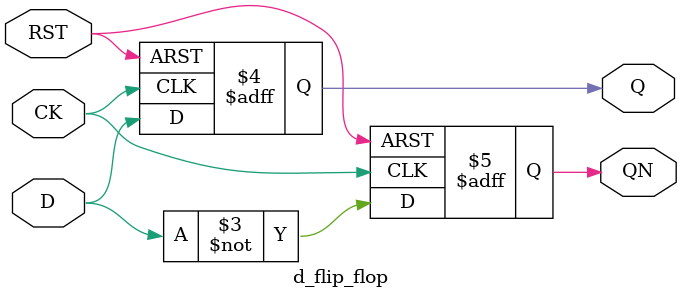
<source format=v>
module d_flip_flop (CK, D, RST, Q, QN);
input CK, D, RST;
output Q, QN;
reg Q, QN;

always @(posedge CK or negedge RST) begin
  if (!RST) begin
    Q <= 0;
    QN <= 1;
  end
  else begin
    Q <= D;
    QN <= ~D;
  end
end

endmodule
</source>
